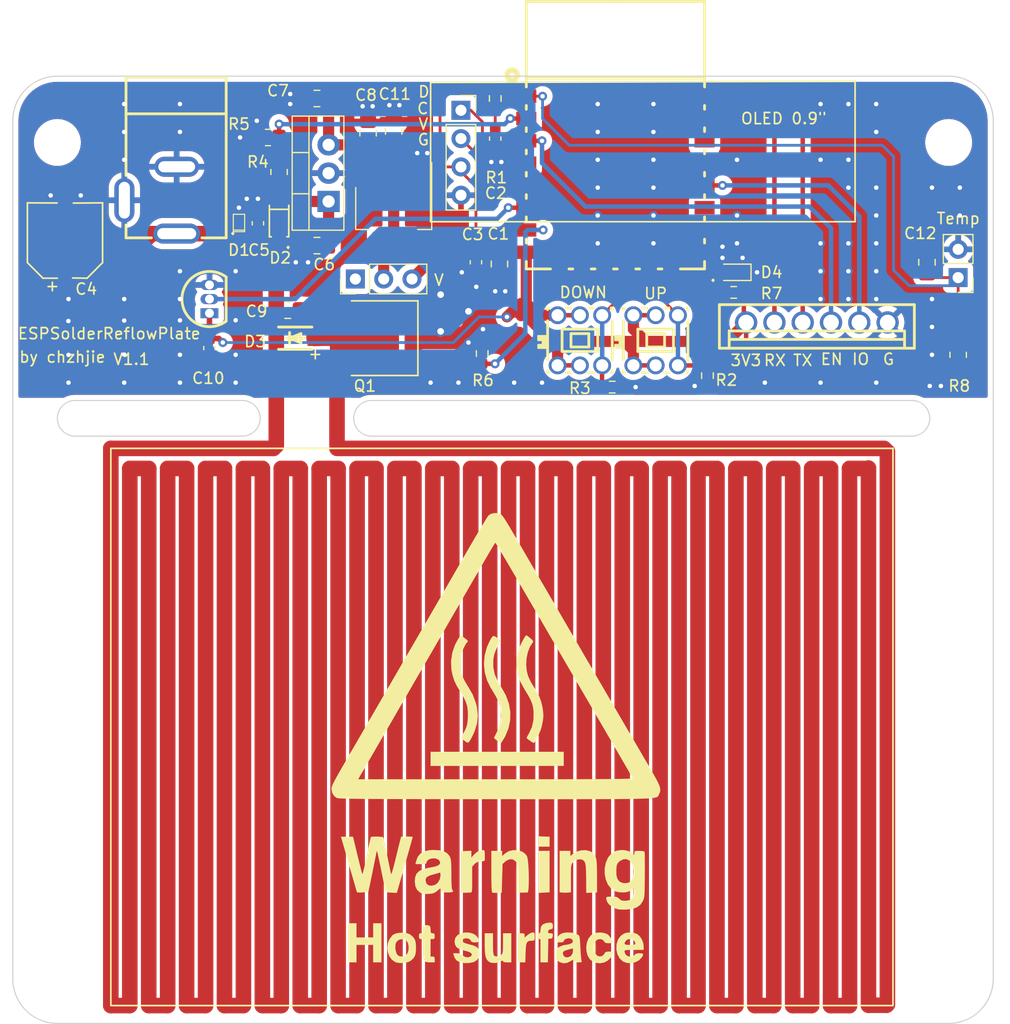
<source format=kicad_pcb>
(kicad_pcb (version 20211014) (generator pcbnew)
  (layers (0 "F.Cu" signal) (31 "B.Cu" signal) (34 "B.Paste" user) (35 "F.Paste" user) (36 "B.SilkS" user "B.Silkscreen") (37 "F.SilkS" user "F.Silkscreen") (38 "B.Mask" user) (39 "F.Mask" user) (44 "Edge.Cuts" user))
  (net 0 "")
  (net 1 "+3V3")
  (net 2 "GND")
  (net 3 "CHIP_PU")
  (net 4 "Element")
  (net 5 "VCC")
  (net 6 "+5V")
  (net 7 "RXD")
  (net 8 "TXD")
  (net 9 "GPIO9")
  (net 10 "Net-(D4-Pad2)")
  (net 11 "SDAOLED")
  (net 12 "SCKOLED")
  (net 13 "TempData2")
  (net 14 "Net-(C11-Pad1)")
  (net 15 "UPSW")
  (net 16 "DNSW")
  (net 20 "Gate")
  (net 21 "TempData")
  (net 23 "VccDiv")
  (footprint "Connector_PinHeader_2.54mm:PinHeader_1x03_P2.54mm_Vertical" (layer "F.Cu") (at 120.75 73.2 90)
    (fp_text reference "J2")
    (fp_text value "Conn_01x03")
  )
  (footprint "Capacitor_SMD:C_0603_1608Metric_Pad1.08x0.95mm_HandSolder" (layer "F.Cu") (at 133.3 60.6 -90)
    (fp_text reference "C2")
    (fp_text value "1uF")
  )
  (footprint "Capacitor_SMD:C_0603_1608Metric_Pad1.08x0.95mm_HandSolder" (layer "F.Cu") (at 107.65 79.4 -90)
    (fp_text reference "C10")
    (fp_text value "100nF")
  )
  (footprint "easyeda2kicad:DC-IN-TH_DC-005-5A-2.5" (layer "F.Cu") (at 102.3625 66.1275 -90)
    (fp_text reference "DC1")
    (fp_text value "DC-005-5A-2.5")
  )
  (footprint "LED_SMD:LED_0603_1608Metric_Pad1.05x0.95mm_HandSolder" (layer "F.Cu") (at 154.6 72.6 180)
    (fp_text reference "D4")
    (fp_text value "LED")
  )
  (footprint "easyeda2kicad:CAP-SMD_BD6.3-L6.6-W6.6-LS7.6-FD" (layer "F.Cu") (at 94.688383 69.746909 90)
    (fp_text reference "C4")
    (fp_text value "100uF")
  )
  (footprint "easyeda2kicad:X1-DFN1006-2_L1.0-W0.6-RD" (layer "F.Cu") (at 110.3 68.1 90)
    (fp_text reference "D1")
    (fp_text value "PESDMC2FD18VB")
  )
  (footprint "Resistor_SMD:R_0805_2012Metric_Pad1.20x1.40mm_HandSolder" (layer "F.Cu") (at 113.9 63.6 90)
    (fp_text reference "R4")
    (fp_text value "5.1K")
  )
  (footprint "easyeda2kicad:LOGO" (layer "F.Cu") (at 133.25 115.4)
    (fp_text reference "G***" hide)
    (fp_text value "LOGO" hide)
  )
  (footprint "easyeda2kicad:TO-92-3_L4.9-W3.7-P1.27-L" (layer "F.Cu") (at 107.65 75 90)
    (fp_text reference "U3")
    (fp_text value "LMT85LP")
  )
  (footprint "Package_TO_SOT_SMD:SOT-223-3_TabPin2" (layer "F.Cu") (at 124.188383 66.846909 -90)
    (fp_text reference "U2")
    (fp_text value "AMS1117-3.3")
  )
  (footprint "Resistor_SMD:R_0603_1608Metric_Pad0.98x0.95mm_HandSolder" (layer "F.Cu") (at 143.8 82.9 180)
    (fp_text reference "R3")
    (fp_text value "10K")
  )
  (footprint "MountingHole:MountingHole_3.2mm_M3" (layer "F.Cu") (at 174 135)
    (fp_text reference "H4")
    (fp_text value "MountingHole")
  )
  (footprint "Package_TO_SOT_THT:TO-220-3_Vertical" (layer "F.Cu") (at 118.345 66.24 90)
    (fp_text reference "U1")
    (fp_text value "LM7805_TO220")
  )
  (footprint "MountingHole:MountingHole_3.2mm_M3" (layer "F.Cu") (at 94 135)
    (fp_text reference "H3")
    (fp_text value "MountingHole")
  )
  (footprint "easyeda2kicad:CONN-TH_EH-6A" (layer "F.Cu") (at 162.17 77.1)
    (fp_text reference "CN1")
    (fp_text value "EH-6A")
  )
  (footprint "easyeda2kicad:WIRELM-SMD_ESP-C3-12F-2M" (layer "F.Cu") (at 144.088383 64.546909)
    (fp_text reference "L1")
    (fp_text value "ESP-C3-12F-2M")
  )
  (footprint "easyeda2kicad:SOD-123_L2.8-W1.8-LS3.7-FD" (layer "F.Cu") (at 115.35 78.51 180)
    (fp_text reference "D3")
    (fp_text value "MM1Z24")
  )
  (footprint "Capacitor_SMD:C_0805_2012Metric_Pad1.18x1.45mm_HandSolder" (layer "F.Cu") (at 133.68 71.85 -90)
    (fp_text reference "C1")
    (fp_text value "10uF")
  )
  (footprint "Resistor_SMD:R_0603_1608Metric_Pad0.98x0.95mm_HandSolder" (layer "F.Cu") (at 154.7 74.4)
    (fp_text reference "R7")
    (fp_text value "5.1K")
  )
  (footprint "Resistor_SMD:R_0603_1608Metric_Pad0.98x0.95mm_HandSolder" (layer "F.Cu") (at 133.3 57 90)
    (fp_text reference "R1")
    (fp_text value "10K")
  )
  (footprint "Capacitor_SMD:C_0603_1608Metric_Pad1.08x0.95mm_HandSolder" (layer "F.Cu") (at 112 68.2 90)
    (fp_text reference "C5")
    (fp_text value "100nF")
  )
  (footprint "easyeda2kicad:SW-TH_6P-L5.8-W5.8-P2.00-LS4.5-BL" (layer "F.Cu") (at 147.7 78.7)
    (fp_text reference "SW1")
    (fp_text value "K8-5851E-N1_C134191")
  )
  (footprint "easyeda2kicad:SW-TH_6P-L5.8-W5.8-P2.00-LS4.5-BL" (layer "F.Cu") (at 140.9 78.7)
    (fp_text reference "SW2")
    (fp_text value "K8-5851E-N1_C134191")
  )
  (footprint "MountingHole:MountingHole_3.2mm_M3" (layer "F.Cu") (at 94 60.946909)
    (fp_text reference "H1")
    (fp_text value "MountingHole")
  )
  (footprint "Capacitor_SMD:C_0805_2012Metric_Pad1.18x1.45mm_HandSolder" (layer "F.Cu") (at 117.3 70.2 180)
    (fp_text reference "C6")
    (fp_text value "0.33uF")
  )
  (footprint "easyeda2kicad:TO-252-2_L6.6-W6.1-P4.57-LS9.9-BR-CW" (layer "F.Cu") (at 124.98 78.51)
    (fp_text reference "Q1")
    (fp_text value "UMW30N06")
  )
  (footprint "Capacitor_SMD:C_0805_2012Metric_Pad1.18x1.45mm_HandSolder" (layer "F.Cu") (at 121.888383 60.1 90)
    (fp_text reference "C8")
    (fp_text value "10uF")
  )
  (footprint "Capacitor_SMD:C_0805_2012Metric_Pad1.18x1.45mm_HandSolder" (layer "F.Cu") (at 114.68 76)
    (fp_text reference "C9")
    (fp_text value "1nF")
  )
  (footprint "Capacitor_SMD:C_0805_2012Metric_Pad1.18x1.45mm_HandSolder" (layer "F.Cu") (at 124.188383 59.946909 90)
    (fp_text reference "C11")
    (fp_text value "22uF")
  )
  (footprint "MountingHole:MountingHole_3.2mm_M3" (layer "F.Cu") (at 174 60.946909)
    (fp_text reference "H2")
    (fp_text value "MountingHole")
  )
  (footprint "Resistor_SMD:R_0603_1608Metric_Pad0.98x0.95mm_HandSolder" (layer "F.Cu") (at 152.35 81.87 90)
    (fp_text reference "R2")
    (fp_text value "10K")
  )
  (footprint "easyeda2kicad:SOD-123_L2.8-W1.8-LS3.7-RD" (layer "F.Cu") (at 113.9 68 -90)
    (fp_text reference "D2")
    (fp_text value "DSR1M_C908221")
  )
  (footprint "Connector_PinHeader_2.54mm:PinHeader_1x02_P2.54mm_Vertical" (layer "F.Cu") (at 174.85 73.075 180)
    (fp_text reference "J3")
    (fp_text value "Conn_01x02")
  )
  (footprint "Capacitor_SMD:C_0603_1608Metric_Pad1.08x0.95mm_HandSolder" (layer "F.Cu") (at 131.57 71.7 -90)
    (fp_text reference "C3")
    (fp_text value "0.1uF")
  )
  (footprint "Resistor_SMD:R_0805_2012Metric_Pad1.20x1.40mm_HandSolder" (layer "F.Cu") (at 174.85 80 -90)
    (fp_text reference "R8")
    (fp_text value "10K")
  )
  (footprint "Resistor_SMD:R_0603_1608Metric_Pad0.98x0.95mm_HandSolder" (layer "F.Cu") (at 132.13 79.89 -90)
    (fp_text reference "R6")
    (fp_text value "10K")
  )
  (footprint "Capacitor_SMD:C_0805_2012Metric_Pad1.18x1.45mm_HandSolder" (layer "F.Cu") (at 172.05 71.7 90)
    (fp_text reference "C12")
    (fp_text value "1nF")
  )
  (footprint "Connector_PinSocket_2.54mm:PinSocket_1x04_P2.54mm_Vertical" (layer "F.Cu") (at 130.225 58.06)
    (fp_text reference "J1")
    (fp_text value "OLED 0.91''")
  )
  (footprint "Resistor_SMD:R_0805_2012Metric_Pad1.20x1.40mm_HandSolder" (layer "F.Cu") (at 112.9 60.5)
    (fp_text reference "R5")
    (fp_text value "1K")
  )
  (footprint "Capacitor_SMD:C_0805_2012Metric_Pad1.18x1.45mm_HandSolder" (layer "F.Cu") (at 117.3 57 180)
    (fp_text reference "C7")
    (fp_text value "0.1uF")
  )
  (gr_rect (start 98.8 88.4) (end 169 138.4) (layer "F.SilkS") (width 0.15) (fill none))
  (gr_line (start 127.5 68.06) (end 127.5 55.56) (layer "F.SilkS") (width 0.15))
  (gr_line (start 165.6 55.46) (end 127.5 55.56) (layer "F.SilkS") (width 0.15))
  (gr_line (start 165.6 55.46) (end 165.6 68.06) (layer "F.SilkS") (width 0.15))
  (gr_poly (pts (xy 137.95 79.4) (xy 137.15 79.4) (xy 137.15 79.1) (xy 137.55 79.1) (xy 137.55 78.7) (xy 137.15 78.7) (xy 137.15 78.3) (xy 137.95 78.3)) (layer "F.SilkS") (width 0.15) (fill solid))
  (gr_line (start 165.6 68.06) (end 127.5 68.06) (layer "F.SilkS") (width 0.15))
  (gr_poly (pts (xy 144.85 79.4) (xy 144.05 79.4) (xy 144.05 79.1) (xy 144.45 79.1) (xy 144.45 78.7) (xy 144.05 78.7) (xy 144.05 78.3) (xy 144.85 78.3)) (layer "F.SilkS") (width 0.15) (fill solid))
  (gr_arc (start 95.6 87.3) (mid 94 85.7) (end 95.6 84.1) (layer "Edge.Cuts") (width 0.1))
  (gr_line (start 90 136) (end 90 59) (layer "Edge.Cuts") (width 0.1))
  (gr_arc (start 178 136) (mid 176.828427 138.828427) (end 174 140) (layer "Edge.Cuts") (width 0.1))
  (gr_line (start 95.6 84.1) (end 110.6 84.1) (layer "Edge.Cuts") (width 0.1))
  (gr_arc (start 174 55) (mid 176.828427 56.171573) (end 178 59) (layer "Edge.Cuts") (width 0.1))
  (gr_arc (start 90 59) (mid 91.171573 56.171573) (end 94 55) (layer "Edge.Cuts") (width 0.1))
  (gr_arc (start 170.7 84.1) (mid 172.3 85.7) (end 170.7 87.3) (layer "Edge.Cuts") (width 0.1))
  (gr_line (start 122.2 84.1) (end 170.7 84.1) (layer "Edge.Cuts") (width 0.1))
  (gr_arc (start 94 140) (mid 91.171573 138.828427) (end 90 136) (layer "Edge.Cuts") (width 0.1))
  (gr_line (start 122.2 87.3) (end 170.7 87.3) (layer "Edge.Cuts") (width 0.1))
  (gr_arc (start 110.6 84.1) (mid 112.2 85.7) (end 110.6 87.3) (layer "Edge.Cuts") (width 0.1))
  (gr_line (start 174 140) (end 94 140) (layer "Edge.Cuts") (width 0.1))
  (gr_line (start 178 59) (end 178 136) (layer "Edge.Cuts") (width 0.1))
  (gr_line (start 94 55) (end 174 55) (layer "Edge.Cuts") (width 0.1))
  (gr_line (start 95.6 87.3) (end 110.6 87.3) (layer "Edge.Cuts") (width 0.1))
  (gr_arc (start 122.2 87.3) (mid 120.6 85.7) (end 122.2 84.1) (layer "Edge.Cuts") (width 0.1))
  (gr_text "V" (at 126.85 59.3) (layer "F.SilkS") (effects (font (size 1 1))))
  (gr_text "OLED 0.9{dblquote}" (at 159.2 58.8) (layer "F.SilkS") (effects (font (size 1 1))))
  (gr_text "D" (at 126.9 56.4) (layer "F.SilkS") (effects (font (size 1 1))))
  (gr_text "3V3" (at 155.8 80.5) (layer "F.SilkS") (effects (font (size 1 1))))
  (gr_text "TX" (at 160.9 80.5) (layer "F.SilkS") (effects (font (size 1 1))))
  (gr_text "V1.1" (at 100.65 80.4) (layer "F.SilkS") (effects (font (size 1 1))))
  (gr_text "+" (at 93.55 73.8) (layer "F.SilkS") (effects (font (size 1 1))))
  (gr_text "DOWN" (at 141.2 74.4) (layer "F.SilkS") (effects (font (size 1 1))))
  (gr_text "EN" (at 163.5 80.4) (layer "F.SilkS") (effects (font (size 1 1))))
  (gr_text "." (at 109.75 68.5) (layer "F.SilkS") (effects (font (size 1.5 1.5))))
  (gr_text "G" (at 168.6 80.4) (layer "F.SilkS") (effects (font (size 1 1))))
  (gr_text "V" (at 128.25 73.3) (layer "F.SilkS") (effects (font (size 1 1))))
  (gr_text "ESPSolderReflowPlate" (at 98.65 78.1) (layer "F.SilkS") (effects (font (size 1 1))))
  (gr_text "C" (at 126.8 57.9) (layer "F.SilkS") (effects (font (size 1 1))))
  (gr_text "." (at 152.85 72.7) (layer "F.SilkS") (effects (font (size 1.5 1.5))))
  (gr_text "G" (at 126.85 60.7) (layer "F.SilkS") (effects (font (size 1 1))))
  (gr_text "UP" (at 147.7 74.5) (layer "F.SilkS") (effects (font (size 1 1))))
  (gr_text "Temp" (at 174.86 67.77) (layer "F.SilkS") (effects (font (size 1 1))))
  (gr_text "IO" (at 166.1 80.4) (layer "F.SilkS") (effects (font (size 1 1))))
  (gr_text "." (at 114.71 69.75) (layer "F.SilkS") (effects (font (size 1.5 1.5))))
  (gr_text "+" (at 117.15 79.9) (layer "F.SilkS") (effects (font (size 1 1))))
  (gr_text "RX" (at 158.4 80.5) (layer "F.SilkS") (effects (font (size 1 1))))
  (gr_text "by chzhjie" (at 94.45 80.2) (layer "F.SilkS") (effects (font (size 1 1))))
  (segment (start 130.225 63.555) (end 130.225 63.14) (width 0.25) (layer "F.Cu") (net 1))
  (segment (start 131.57 64.9) (end 130.225 63.555) (width 0.25) (layer "F.Cu") (net 1))
  (segment (start 108.4875 78.5375) (end 108.85 78.9) (width 0.5) (layer "F.Cu") (net 1))
  (segment (start 133.68 70.8125) (end 136.072792 70.8125) (width 1) (layer "F.Cu") (net 1))
  (segment (start 155.6125 76.8925) (end 155.82 77.1) (width 0.4) (layer "F.Cu") (net 1))
  (segment (start 135.618383 76.168383) (end 135.618383 76.488383) (width 1) (layer "F.Cu") (net 1))
  (segment (start 131.57 70.8375) (end 131.57 64.9) (width 0.25) (layer "F.Cu") (net 1))
  (segment (start 140.9 80.95) (end 138.9 80.95) (width 0.4) (layer "F.Cu") (net 1))
  (segment (start 135.618383 76.168383) (end 134.781617 76.168383) (width 1) (layer "F.Cu") (net 1))
  (segment (start 133.655 70.8375) (end 133.68 70.8125) (width 1) (layer "F.Cu") (net 1))
  (segment (start 125.83 73.2) (end 128.1925 70.8375) (width 1) (layer "F.Cu") (net 1))
  (segment (start 128.35 57) (end 129.2625 56.0875) (width 0.25) (layer "F.Cu") (net 1))
  (segment (start 147.7 76.45) (end 145.7 76.45) (width 0.4) (layer "F.Cu") (net 1))
  (segment (start 155.6125 74.4) (end 155.6125 76.8925) (width 0.4) (layer "F.Cu") (net 1))
  (segment (start 138.4 78.8) (end 139.8 78.8) (width 1) (layer "F.Cu") (net 1))
  (segment (start 136.072792 70.8125) (end 136.088383 70.796909) (width 1) (layer "F.Cu") (net 1))
  (segment (start 138.9 80.95) (end 138.9 79.7) (width 1) (layer "F.Cu") (net 1))
  (segment (start 155.82 79.82) (end 155.82 77.1) (width 0.4) (layer "F.Cu") (net 1))
  (segment (start 140.9 76.45) (end 138.9 76.45) (width 0.4) (layer "F.Cu") (net 1))
  (segment (start 136.088383 76.488383) (end 138.4 78.8) (width 1) (layer "F.Cu") (net 1))
  (segment (start 107.65 78.5375) (end 107.65 76.27) (width 0.5) (layer "F.Cu") (net 1))
  (segment (start 145.7 76.45) (end 145.7 77.7) (width 1) (layer "F.Cu") (net 1))
  (segment (start 129.2625 56.0875) (end 133.3 56.0875) (width 0.25) (layer "F.Cu") (net 1))
  (segment (start 138.9 79.7) (end 139.8 78.8) (width 1) (layer "F.Cu") (net 1))
  (segment (start 157 81) (end 155.82 79.82) (width 0.4) (layer "F.Cu") (net 1))
  (segment (start 131.57 70.8375) (end 133.655 70.8375) (width 1) (layer "F.Cu") (net 1))
  (segment (start 130.225 63.775718) (end 130.225 63.14) (width 0.25) (layer "F.Cu") (net 1))
  (segment (start 135.618383 75.388383) (end 135.618383 76.168383) (width 1) (layer "F.Cu") (net 1))
  (segment (start 154.12 78.8) (end 155.82 77.1) (width 1) (layer "F.Cu") (net 1))
  (segment (start 146.8 78.8) (end 154.12 78.8) (width 1) (layer "F.Cu") (net 1))
  (segment (start 139.8 78.8) (end 144.9 78.8) (width 1) (layer "F.Cu") (net 1))
  (segment (start 107.65 78.5375) (end 108.4875 78.5375) (width 0.5) (layer "F.Cu") (net 1))
  (segment (start 138.9 76.45) (end 137.15 76.45) (width 1) (layer "F.Cu") (net 1))
  (segment (start 157 81) (end 174.85 81) (width 0.4) (layer "F.Cu") (net 1))
  (segment (start 147.7 80.95) (end 145.7 80.95) (width 0.4) (layer "F.Cu") (net 1))
  (segment (start 145.7 80.95) (end 145.7 79.6) (width 1) (layer "F.Cu") (net 1))
  (segment (start 144.9 78.8) (end 146.8 78.8) (width 1) (layer "F.Cu") (net 1))
  (segment (start 137.15 76.45) (end 136.088383 75.388383) (width 1) (layer "F.Cu") (net 1))
  (segment (start 128.89 63.14) (end 128.35 62.6) (width 0.25) (layer "F.Cu") (net 1))
  (segment (start 145.7 77.7) (end 146.8 78.8) (width 1) (layer "F.Cu") (net 1))
  (segment (start 145.7 79.6) (end 144.9 78.8) (width 1) (layer "F.Cu") (net 1))
  (segment (start 128.1925 70.8375) (end 131.57 70.8375) (width 1) (layer "F.Cu") (net 1))
  (segment (start 130.225 63.14) (end 128.89 63.14) (width 0.25) (layer "F.Cu") (net 1))
  (segment (start 136.088383 70.796909) (end 136.088383 75.388383) (width 1) (layer "F.Cu") (net 1))
  (segment (start 128.35 62.6) (end 128.35 57) (width 0.25) (layer "F.Cu") (net 1))
  (segment (start 134.781617 76.168383) (end 134.35 76.6) (width 1) (layer "F.Cu") (net 1))
  (via (at 108.85 78.9) (size 0.8) (drill 0.4) (layers "F.Cu" "B.Cu") (net 1))
  (via (at 134.35 76.6) (size 0.8) (drill 0.4) (layers "F.Cu" "B.Cu") (net 1))
  (segment (start 129.55 78.9) (end 108.85 78.9) (width 0.25) (layer "B.Cu") (net 1))
  (segment (start 134.35 76.6) (end 131.85 76.6) (width 0.25) (layer "B.Cu") (net 1))
  (segment (start 131.85 76.6) (end 129.55 78.9) (width 0.25) (layer "B.Cu") (net 1))
  (segment (start 132.95 62.7) (end 132.95 61.8125) (width 0.4) (layer "F.Cu") (net 2))
  (segment (start 130.9 76.1) (end 128.52 76.1) (width 1) (layer "F.Cu") (net 2))
  (segment (start 131.6 73.9) (end 131.6 72.5925) (width 0.4) (layer "F.Cu") (net 2))
  (segment (start 130.9 76.1) (end 129.9 76.1) (width 1) (layer "F.Cu") (net 2))
  (segment (start 116.5 70.4375) (end 116.2625 70.2) (width 0.4) (layer "F.Cu") (net 2))
  (segment (start 111 66) (end 111 66.3375) (width 0.4) (layer "F.Cu") (net 2))
  (segment (start 126.3 63.508526) (end 126.488383 63.696909) (width 0.4) (layer "F.Cu") (net 2))
  (segment (start 152.591474 71.3) (end 152.088383 70.796909) (width 0.4) (layer "F.Cu") (net 2))
  (segment (start 133.85 62.7) (end 133.85 62.0125) (width 0.4) (layer "F.Cu") (net 2))
  (segment (start 124.7 58.397792) (end 124.188383 58.909409) (width 0.4) (layer "F.Cu") (net 2))
  (segment (start 155.5 71.3) (end 155.5 72.575) (width 0.4) (layer "F.Cu") (net 2))
  (segment (start 115.8625 56.6) (end 116.2625 57) (width 0.4) (layer "F.Cu") (net 2))
  (segment (start 121.4 58.574117) (end 121.888383 59.0625) (width 0.4) (layer "F.Cu") (net 2))
  (segment (start 115.4 71.7) (end 115.4 71.0625) (width 0.4) (layer "F.Cu") (net 2))
  (segment (start 111.9 59) (end 111.9 60.5) (width 0.4) (layer "F.Cu") (net 2))
  (segment (start 134.2 74.3) (end 134.2 73.4075) (width 0.4) (layer "F.Cu") (net 2))
  (segment (start 129.9 76.1) (end 128.4 74.6) (width 1) (layer "F.Cu") (net 2))
  (segment (start 128.4 74.6) (end 128.4 76.22) (width 1) (layer "F.Cu") (net 2))
  (segment (start 130.3 72.6) (end 131.5325 72.6) (width 0.4) (layer "F.Cu") (net 2))
  (segment (start 93.4 65.788526) (end 94.688383 67.076909) (width 0.4) (layer "F.Cu") (net 2))
  (segment (start 116.5 71.7) (end 116.5 70.4375) (width 0.4) (layer "F.Cu") (net 2))
  (segment (start 114.9 56.6) (end 115.8625 56.6) (width 0.4) (layer "F.Cu") (net 2))
  (segment (start 121.4 57.7) (end 121.4 58.574117) (width 0.4) (layer "F.Cu") (net 2))
  (segment (start 134.2 73.4075) (end 133.68 72.8875) (width 0.4) (layer "F.Cu") (net 2))
  (segment (start 112 66) (end 112 67.3375) (width 0.4) (layer "F.Cu") (net 2))
  (segment (start 132.95 61.8125) (end 133.3 61.4625) (width 0.4) (layer "F.Cu") (net 2))
  (segment (start 151.2 82.8) (end 152.3325 82.8) (width 0.4) (layer "F.Cu") (net 2))
  (segment (start 130.2 76.1) (end 128.4 77.9) (width 1) (layer "F.Cu") (net 2))
  (segment (start 127.2 61.9) (end 127.2 62.985292) (width 0.4) (layer "F.Cu") (net 2))
  (segment (start 111 66.3375) (end 112 67.3375) (width 0.4) (layer "F.Cu") (net 2))
  (segment (start 96.1 65.7) (end 96.065292 65.7) (width 0.4) (layer "F.Cu") (net 2))
  (segment (start 128.52 76.1) (end 128.4 76.22) (width 1) (layer "F.Cu") (net 2))
  (segment (start 153.7 70.3) (end 152.585292 70.3) (width 0.4) (layer "F.Cu") (net 2))
  (segment (start 115.4 71.0625) (end 116.2625 70.2) (width 0.4) (layer "F.Cu") (net 2))
  (segment (start 93.4 65.7) (end 93.4 65.788526) (width 0.4) (layer "F.Cu") (net 2))
  (segment (start 133.3 73.2675) (end 133.68 72.8875) (width 0.4) (layer "F.Cu") (net 2))
  (segment (start 128.4 77.9) (end 128.4 77.6) (width 1) (layer "F.Cu") (net 2))
  (segment (start 145.9 82.9) (end 144.7125 82.9) (width 0.4) (layer "F.Cu") (net 2))
  (segment (start 114.9 57.5) (end 115.7625 57.5) (width 0.4) (layer "F.Cu") (net 2))
  (segment (start 122.3 57.7) (end 122.3 58.650883) (width 0.4) (layer "F.Cu") (net 2))
  (segment (start 152.3325 82.8) (end 152.35 82.7825) (width 0.4) (layer "F.Cu") (net 2))
  (segment (start 128.4 77.9) (end 128.4 76.22) (width 1) (layer "F.Cu") (net 2))
  (segment (start 155.5 72.575) (end 155.475 72.6) (width 0.4) (layer "F.Cu") (net 2))
  (segment (start 127.2 62.985292) (end 126.488383 63.696909) (width 0.4) (layer "F.Cu") (net 2))
  (segment (start 133.85 62.0125) (end 133.3 61.4625) (width 0.4) (layer "F.Cu") (net 2))
  (segment (start 131.5325 72.6) (end 131.57 72.5625) (width 0.4) (layer "F.Cu") (net 2))
  (segment (start 110.3 66.8) (end 110.3 67.75) (width 0.4) (layer "F.Cu") (net 2))
  (segment (start 96.065292 65.7) (end 94.688383 67.076909) (width 0.4) (layer "F.Cu") (net 2))
  (segment (start 123.8 58.521026) (end 124.188383 58.909409) (width 0.4) (layer "F.Cu") (net 2))
  (segment (start 128.4 77.6) (end 129.9 76.1) (width 1) (layer "F.Cu") (net 2))
  (segment (start 122.3 58.650883) (end 121.888383 59.0625) (width 0.4) (layer "F.Cu") (net 2))
  (segment (start 131.6 72.5925) (end 131.57 72.5625) (width 0.4) (layer "F.Cu") (net 2))
  (segment (start 133.3 74.3) (end 133.3 73.2675) (width 0.4) (layer "F.Cu") (net 2))
  (segment (start 152.585292 70.3) (end 152.088383 70.796909) (width 0.4) (layer "F.Cu") (net 2))
  (segment (start 153.7 71.3) (end 152.591474 71.3) (width 0.4) (layer "F.Cu") (net 2))
  (segment (start 124.7 57.6) (end 124.7 58.397792) (width 0.4) (layer "F.Cu") (net 2))
  (segment (start 126.3 61.9) (end 126.3 63.508526) (width 0.4) (layer "F.Cu") (net 2))
  (segment (start 110.4 60.5) (end 111.9 60.5) (width 0.4) (layer "F.Cu") (net 2))
  (segment (start 123.8 57.6) (end 123.8 58.521026) (width 0.4) (layer "F.Cu") (net 2))
  (segment (start 130.9 76.1) (end 130.2 76.1) (width 1) (layer "F.Cu") (net 2))
  (segment (start 156.8 72.6) (end 155.475 72.6) (width 0.4) (layer "F.Cu") (net 2))
  (segment (start 115.7625 57.5) (end 116.2625 57) (width 0.4) (layer "F.Cu") (net 2))
  (via (at 172.5 80) (size 0.8) (drill 0.4) (layers "F.Cu" "B.Cu") (net 2))
  (via (at 130.9 78.9) (size 0.8) (drill 0.4) (layers "F.Cu" "B.Cu") (net 2))
  (via (at 162.5 82.5) (size 0.8) (drill 0.4) (layers "F.Cu" "B.Cu") (net 2))
  (via (at 162.5 57.5) (size 0.8) (drill 0.4) (layers "F.Cu" "B.Cu") (net 2))
  (via (at 105 72.5) (size 0.8) (drill 0.4) (layers "F.Cu" "B.Cu") (net 2))
  (via (at 95 82.5) (size 0.8) (drill 0.4) (layers "F.Cu" "B.Cu") (net 2))
  (via (at 135 82.5) (size 0.8) (drill 0.4) (layers "F.Cu" "B.Cu") (net 2))
  (via (at 128.4 77.9) (size 1) (drill 0.6) (layers "F.Cu" "B.Cu") (net 2))
  (via (at 147.5 60) (size 0.8) (drill 0.4) (layers "F.Cu" "B.Cu") (net 2))
  (via (at 167.5 57.5) (size 0.8) (drill 0.4) (layers "F.Cu" "B.Cu") (net 2))
  (via (at 115.4 71.7) (size 0.8) (drill 0.4) (layers "F.Cu" "B.Cu") (net 2))
  (via (at 130 82.5) (size 0.8) (drill 0.4) (layers "F.Cu" "B.Cu") (net 2))
  (via (at 105 75) (size 0.8) (drill 0.4) (layers "F.Cu" "B.Cu") (net 2))
  (via (at 165 57.5) (size 0.8) (drill 0.4) (layers "F.Cu" "B.Cu") (net 2))
  (via (at 142.5 62.5) (size 0.8) (drill 0.4) (layers "F.Cu" "B.Cu") (net 2))
  (via (at 127.2 61.9) (size 0.8) (drill 0.4) (layers "F.Cu" "B.Cu") (net 2))
  (via (at 155 62.5) (size 0.8) (drill 0.4) (layers "F.Cu" "B.Cu") (net 2))
  (via (at 162.5 72.5) (size 0.8) (drill 0.4) (layers "F.Cu" "B.Cu") (net 2))
  (via (at 162.5 70) (size 0.8) (drill 0.4) (layers "F.Cu" "B.Cu") (net 2))
  (via (at 95 80.01) (size 0.8) (drill 0.4) (layers "F.Cu" "B.Cu") (net 2))
  (via (at 172.3 82.8) (size 0.8) (drill 0.4) (layers "F.Cu" "B.Cu") (net 2))
  (via (at 172.5 65) (size 0.8) (drill 0.4) (layers "F.Cu" "B.Cu") (net 2))
  (via (at 112 66) (size 0.8) (drill 0.4) (layers "F.Cu" "B.Cu") (net 2))
  (via (at 167.5 75) (size 0.8) (drill 0.4) (layers "F.Cu" "B.Cu") (net 2))
  (via (at 114.9 57.5) (size 0.8) (drill 0.4) (layers "F.Cu" "B.Cu") (net 2))
  (via (at 105 82.5) (size 0.8) (drill 0.4) (layers "F.Cu" "B.Cu") (net 2))
  (via (at 172.5 77.5) (size 0.8) (drill 0.4) (layers "F.Cu" "B.Cu") (net 2))
  (via (at 172.5 75) (size 0.8) (drill 0.4) (layers "F.Cu" "B.Cu") (net 2))
  (via (at 165 70) (size 0.8) (drill 0.4) (layers "F.Cu" "B.Cu") (net 2))
  (via (at 114.9 56.6) (size 0.8) (drill 0.4) (layers "F.Cu" "B.Cu") (net 2))
  (via (at 100 62.5) (size 0.8) (drill 0.4) (layers "F.Cu" "B.Cu") (net 2))
  (via (at 105 76.91) (size 0.8) (drill 0.4) (layers "F.Cu" "B.Cu") (net 2))
  (via (at 175 65) (size 0.8) (drill 0.4) (layers "F.Cu" "B.Cu") (net 2))
  (via (at 132.95 62.7) (size 0.8) (drill 0.4) (layers "F.Cu" "B.Cu") (net 2))
  (via (at 100 79.98) (size 0.8) (drill 0.4) (layers "F.Cu" "B.Cu") (net 2))
  (via (at 100 57.5) (size 0.8) (drill 0.4) (layers "F.Cu" "B.Cu") (net 2))
  (via (at 110.3 66.8) (size 0.8) (drill 0.4) (layers "F.Cu" "B.Cu") (net 2))
  (via (at 100 75) (size 0.8) (drill 0.4) (layers "F.Cu" "B.Cu") (net 2))
  (via (at 155.5 71.3) (size 0.8) (drill 0.4) (layers "F.Cu" "B.Cu") (net 2))
  (via (at 122.3 57.7) (size 0.8) (drill 0.4) (layers "F.Cu" "B.Cu") (net 2))
  (via (at 165 65) (size 0.8) (drill 0.4) (layers "F.Cu" "B.Cu") (net 2))
  (via (at 142.5 67.5) (size 0.8) (drill 0.4) (layers "F.Cu" "B.Cu") (net 2))
  (via (at 165 62.5) (size 0.8) (drill 0.4) (layers "F.Cu" "B.Cu") (net 2))
  (via (at 110 82.5) (size 0.8) (drill 0.4) (layers "F.Cu" "B.Cu") (net 2))
  (via (at 142.5 57.5) (size 0.8) (drill 0.4) (layers "F.Cu" "B.Cu") (net 2))
  (via (at 130.3 72.6) (size 0.8) (drill 0.4) (layers "F.Cu" "B.Cu") (net 2))
  (via (at 153.7 71.3) (size 0.8) (drill 0.4) (layers "F.Cu" "B.Cu") (net 2))
  (via (at 156.8 72.6) (size 0.8) (drill 0.4) (layers "F.Cu" "B.Cu") (net 2))
  (via (at 100 82.5) (size 0.8) (drill 0.4) (layers "F.Cu" "B.Cu") (net 2))
  (via (at 105 57.5) (size 0.8) (drill 0.4) (layers "F.Cu" "B.Cu") (net 2))
  (via (at 147.5 62.5) (size 0.8) (drill 0.4) (layers "F.Cu" "B.Cu") (net 2))
  (via (at 147.5 70) (size 0.8) (drill 0.4) (layers "F.Cu" "B.Cu") (net 2))
  (via (at 130.9 76.1) (size 1) (drill 0.6) (layers "F.Cu" "B.Cu") (net 2))
  (via (at 167.5 67.5) (size 0.8) (drill 0.4) (layers "F.Cu" "B.Cu") (net 2))
  (via (at 123.8 57.6) (size 0.8) (drill 0.4) (layers "F.Cu" "B.Cu") (net 2))
  (via (at 116.5 71.7) (size 0.8) (drill 0.4) (layers "F.Cu" "B.Cu") (net 2))
  (via (at 142.5 65) (size 0.8) (drill 0.4) (layers "F.Cu" "B.Cu") (net 2))
  (via (at 162.5 75) (size 0.8) (drill 0.4) (layers "F.Cu" "B.Cu") (net 2))
  (via (at 100 60) (size 0.8) (drill 0.4) (layers "F.Cu" "B.Cu") (net 2))
  (via (at 128.4 74.6) (size 1) (drill 0.6) (layers "F.Cu" "B.Cu") (net 2))
  (via (at 105 60) (size 0.8) (drill 0.4) (layers "F.Cu" "B.Cu") (net 2))
  (via (at 155 67.5) (size 0.8) (drill 0.4) (layers "F.Cu" "B.Cu") (net 2))
  (via (at 147.5 67.5) (size 0.8) (drill 0.4) (layers "F.Cu" "B.Cu") (net 2))
  (via (at 142.5 60) (size 0.8) (drill 0.4) (layers "F.Cu" "B.Cu") (net 2))
  (via (at 155 70) (size 0.8) (drill 0.4) (layers "F.Cu" "B.Cu") (net 2))
  (via (at 132.2 77.7) (size 0.8) (drill 0.4) (layers "F.Cu" "B.Cu") (net 2))
  (via (at 167.5 70) (size 0.8) (drill 0.4) (layers "F.Cu" "B.Cu") (net 2))
  (via (at 142.5 70) (size 0.8) (drill 0.4) (layers "F.Cu" "B.Cu") (net 2))
  (via (at 157.5 82.5) (size 0.8) (drill 0.4) (layers "F.Cu" "B.Cu") (net 2))
  (via (at 147.5 65) (size 0.8) (drill 0.4) (layers "F.Cu" "B.Cu") (net 2))
  (via (at 147.5 57.5) (size 0.8) (drill 0.4) (layers "F.Cu" "B.Cu") (net 2))
  (via (at 167.5 65) (size 0.8) (drill 0.4) (layers "F.Cu" "B.Cu") (net 2))
  (via (at 110.4 60.5) (size 0.8) (drill 0.4) (layers "F.Cu" "B.Cu") (net 2))
  (via (at 111.9 59) (size 0.8) (drill 0.4) (layers "F.Cu" "B.Cu") (net 2))
  (via (at 100 76.93) (size 0.8) (drill 0.4) (layers "F.Cu" "B.Cu") (net 2))
  (via (at 151.2 82.8) (size 0.8) (drill 0.4) (layers "F.Cu" "B.Cu") (net 2))
  (via (at 121.4 57.7) (size 0.8) (drill 0.4) (layers "F.Cu" "B.Cu") (net 2))
  (via (at 133.85 62.7) (size 0.8) (drill 0.4) (layers "F.Cu" "B.Cu") (net 2))
  (via (at 93.4 65.7) (size 0.8) (drill 0.4) (layers "F.Cu" "B.Cu") (net 2))
  (via (at 167.5 82.5) (size 0.8) (drill 0.4) (layers "F.Cu" "B.Cu") (net 2))
  (via (at 165 75) (size 0.8) (drill 0.4) (layers "F.Cu" "B.Cu") (net 2))
  (via (at 173.3 82.8) (size 0.8) (drill 0.4) (layers "F.Cu" "B.Cu") (net 2))
  (via (at 162.5 62.5) (size 0.8) (drill 0.4) (layers "F.Cu" "B.Cu") (net 2))
  (via (at 95 75) (size 0.8) (drill 0.4) (layers "F.Cu" "B.Cu") (net 2))
  (via (at 165 72.5) (size 0.8) (drill 0.4) (layers "F.Cu" "B.Cu") (net 2))
  (via (at 124.7 57.6) (size 0.8) (drill 0.4) (layers "F.Cu" "B.Cu") (net 2))
  (via (at 167.5 72.5) (size 0.8) (drill 0.4) (layers "F.Cu" "B.Cu") (net 2))
  (via (at 175 67.5) (size 0.8) (drill 0.4) (layers "F.Cu" "B.Cu") (net 2))
  (via (at 111 66) (size 0.8) (drill 0.4) (layers "F.Cu" "B.Cu") (net 2))
  (via (at 153.7 70.3) (size 0.8) (drill 0.4) (layers "F.Cu" "B.Cu") (net 2))
  (via (at 167.5 60) (size 0.8) (drill 0.4) (layers "F.Cu" "B.Cu") (net 2))
  (via (at 110 80) (size 0.8) (drill 0.4) (layers "F.Cu" "B.Cu") (net 2))
  (via (at 105 80) (size 0.8) (drill 0.4) (layers "F.Cu" "B.Cu") (net 2))
  (via (at 131.6 73.9) (size 0.8) (drill 0.4) (layers "F.Cu" "B.Cu") (net 2))
  (via (at 110 72.5) (size 0.8) (drill 0.4) (layers "F.Cu" "B.Cu") (net 2))
  (via (at 110 76.9) (size 0.8) (drill 0.4) (layers "F.Cu" "B.Cu") (net 2))
  (via (at 145.9 82.9) (size 0.8) (drill 0.4) (layers "F.Cu" "B.Cu") (net 2))
  (via (at 127.5 82.5) (size 0.8) (drill 0.4) (layers "F.Cu" "B.Cu") (net 2))
  (via (at 126.3 61.9) (size 0.8) (drill 0.4) (layers "F.Cu" "B.Cu") (net 2))
  (via (at 94.99 76.97) (size 0.8) (drill 0.4) (layers "F.Cu" "B.Cu") (net 2))
  (via (at 96.1 65.7) (size 0.8) (drill 0.4) (layers "F.Cu" "B.Cu") (net 2))
  (via (at 133.3 74.3) (size 0.8) (drill 0.4) (layers "F.Cu" "B.Cu") (net 2))
  (via (at 134.2 74.3) (size 0.8) (drill 0.4) (layers "F.Cu" "B.Cu") (net 2))
  (via (at 137.5 82.5) (size 0.8) (drill 0.4) (layers "F.Cu" "B.Cu") (net 2))
  (segment (start 134.359409 60.796909) (end 134.503091 60.796909) (width 0.25) (layer "F.Cu") (net 3))
  (segment (start 134.503091 60.796909) (end 136.088383 60.796909) (width 0.25) (layer "F.Cu") (net 3))
  (segment (start 133.3 59.7375) (end 134.359409 60.796909) (width 0.25) (layer "F.Cu") (net 3))
  (segment (start 137.5 60.8) (end 136.091474 60.8) (width 0.4) (layer "F.Cu") (net 3))
  (segment (start 133.3 59.7375) (end 133.3 57.9125) (width 0.25) (layer "F.Cu") (net 3))
  (segment (start 136.091474 60.8) (end 136.088383 60.796909) (width 0.4) (layer "F.Cu") (net 3))
  (via (at 137.5 60.8) (size 0.8) (drill 0.4) (layers "F.Cu" "B.Cu") (net 3))
  (segment (start 141.4 66.7) (end 137.5 62.8) (width 0.4) (layer "B.Cu") (net 3))
  (segment (start 163.44 77.1) (end 163.44 68.64) (width 0.4) (layer "B.Cu") (net 3))
  (segment (start 137.5 62.8) (end 137.5 60.8) (width 0.4) (layer "B.Cu") (net 3))
  (segment (start 163.44 68.64) (end 161.5 66.7) (width 0.4) (layer "B.Cu") (net 3))
  (segment (start 161.5 66.7) (end 141.4 66.7) (width 0.4) (layer "B.Cu") (net 3))
  (segment (start 119.1 80.97) (end 121.56 78.51) (width 1.4) (layer "F.Cu") (net 4))
  (segment (start 102.4725 69.1275) (end 99.183091 72.416909) (width 1.4) (layer "F.Cu") (net 4))
  (segment (start 98.8 88.4) (end 98.8 138.4) (width 1.4) (layer "F.Cu") (net 4))
  (segment (start 113.65 88.15) (end 113.4 88.4) (width 1.4) (layer "F.Cu") (net 4))
  (segment (start 117.5 90.2) (end 119.2 90.2) (width 1.4) (layer "F.Cu") (net 4))
  (segment (start 160 138.4) (end 161.7 138.4) (width 1.4) (layer "F.Cu") (net 4))
  (segment (start 100.5 138.4) (end 100.5 90.2) (width 1.4) (layer "F.Cu") (net 4))
  (segment (start 102.2 90.2) (end 102.2 138.4) (width 1.4) (layer "F.Cu") (net 4))
  (segment (start 166.769775 90.2) (end 166.8 90.169775) (width 1.4) (layer "F.Cu") (net 4))
  (segment (start 131.1 90.2) (end 132.8 90.2) (width 1.4) (layer "F.Cu") (net 4))
  (segment (start 137.9 138.4) (end 137.9 90.2) (width 1.4) (layer "F.Cu") (net 4))
  (segment (start 107.3 90.2) (end 109 90.2) (width 1.4) (layer "F.Cu") (net 4))
  (segment (start 149.8 90.2) (end 149.8 138.4) (width 1.4) (layer "F.Cu") (net 4))
  (segment (start 141.3 90.2) (end 143 90.2) (width 1.4) (layer "F.Cu") (net 4))
  (segment (start 120.9 90.2) (end 122.6 90.2) (width 1.4) (layer "F.Cu") (net 4))
  (segment (start 166.8 138.369775) (end 168.422179 138.369775) (width 1.4) (layer "F.Cu") (net 4))
  (segment (start 151.5 138.4) (end 151.5 90.2) (width 1.4) (layer "F.Cu") (net 4))
  (segment (start 119.2 90.2) (end 119.2 138.4) (width 1.4) (layer "F.Cu") (net 4))
  (segment (start 134.5 90.2) (end 136.2 90.2) (width 1.4) (layer "F.Cu") (net 4))
  (segment (start 114.1 138.4) (end 114.1 90.2) (width 1.4) (layer "F.Cu") (net 4))
  (segment (start 143 90.2) (end 143 138.4) (width 1.4) (layer "F.Cu") (net 4))
  (segment (start 102.2 138.4) (end 103.9 138.4) (width 1.4) (layer "F.Cu") (net 4))
  (segment (start 165.1 90.2) (end 166.769775 90.2) (width 1.4) (layer "F.Cu") (net 4))
  (segment (start 117.05 78.51) (end 121.56 78.51) (width 1.4) (layer "F.Cu") (net 4))
  (segment (start 110.7 90.2) (end 112.4 90.2) (width 1.4) (layer "F.Cu") (net 4))
  (segment (start 109 90.2) (end 109 138.4) (width 1.4) (layer "F.Cu") (net 4))
  (segment (start 153.2 90.2) (end 153.2 138.4) (width 1.4) (layer "F.Cu") (net 4))
  (segment (start 143 138.4) (end 144.7 138.4) (width 1.4) (layer "F.Cu") (net 4))
  (segment (start 134.5 138.4) (end 134.5 90.2) (width 1.4) (layer "F.Cu") (net 4))
  (segment (start 103.9 90.2) (end 105.6 90.2) (width 1.4) (layer "F.Cu") (net 4))
  (segment (start 103.9 138.4) (end 103.9 90.2) (width 1.4) (layer "F.Cu") (net 4))
  (segment (start 112.4 138.4) (end 114.1 138.4) (width 1.4) (layer "F.Cu") (net 4))
  (segment (start 117.05 76.41) (end 117.05 78.51) (width 1.4) (layer "F.Cu") (net 4))
  (segment (start 161.7 138.4) (end 161.7 90.2) (width 1.4) (layer "F.Cu") (net 4))
  (segment (start 154.9 90.2) (end 156.6 90.2) (width 1.4) (layer "F.Cu") (net 4))
  (segment (start 117.5 138.4) (end 117.5 90.2) (width 1.4) (layer "F.Cu") (net 4))
  (segment (start 156.6 90.2) (end 156.6 138.4) (width 1.4) (layer "F.Cu") (net 4))
  (segment (start 124.3 138.4) (end 124.3 90.2) (width 1.4) (layer "F.Cu") (net 4))
  (segment (start 104.7125 69.1275) (end 111.935 69.1275) (width 1.4) (layer "F.Cu") (net 4))
  (segment (start 99.183091 72.416909) (end 94.688383 72.416909) (width 1.4) (layer "F.Cu") (net 4))
  (segment (start 166.8 90.169775) (end 166.8 138.369775) (width 1.4) (layer "F.Cu") (net 4))
  (segment (start 100.5 90.2) (end 102.2 90.2) (width 1.4) (layer "F.Cu") (net 4))
  (segment (start 107.3 138.4) (end 107.3 90.2) (width 1.4) (layer "F.Cu") (net 4))
  (segment (start 126 90.2) (end 126 138.4) (width 1.4) (layer "F.Cu") (net 4))
  (segment (start 137.9 90.2) (end 139.6 90.2) (width 1.4) (layer "F.Cu") (net 4))
  (segment (start 141.3 138.4) (end 141.3 90.2) (width 1.4) (layer "F.Cu") (net 4))
  (segment (start 151.5 90.2) (end 153.2 90.2) (width 1.4) (layer "F.Cu") (net 4))
  (segment (start 127.7 138.4) (end 127.7 90.2) (width 1.4) (layer "F.Cu") (net 4))
  (segment (start 126 138.4) (end 127.7 138.4) (width 1.4) (layer "F.Cu") (net 4))
  (segment (start 168.2 88.4) (end 119.1 88.4) (width 1.4) (layer "F.Cu") (net 4))
  (segment (start 110.7 138.4) (end 110.7 90.2) (width 1.4) (layer "F.Cu") (net 4))
  (segment (start 109 138.4) (end 110.7 138.4) (width 1.4) (layer "F.Cu") (net 4))
  (segment (start 113.6425 70.835) (end 112.4975 69.69) (width 1.4) (layer "F.Cu") (net 4))
  (segment (start 156.6 138.4) (end 158.3 138.4) (width 1.4) (layer "F.Cu") (net 4))
  (segment (start 119.2 138.4) (end 120.9 138.4) (width 1.4) (layer "F.Cu") (net 4))
  (segment (start 168.5 88.7) (end 168.3 88.5) (width 1.4) (layer "F.Cu") (net 4))
  (segment (start 115.8 138.4) (end 117.5 138.4) (width 1.4) (layer "F.Cu") (net 4))
  (segment (start 153.2 138.4) (end 154.9 138.4) (width 1.4) (layer "F.Cu") (net 4))
  (segment (start 160 90.2) (end 160 138.4) (width 1.4) (layer "F.Cu") (net 4))
  (segment (start 113.6425 76) (end 113.6425 70.835) (width 1.4) (layer "F.Cu") (net 4))
  (segment (start 113.4 88.4) (end 98.8 88.4) (width 1.4) (layer "F.Cu") (net 4))
  (segment (start 105.6 90.2) (end 105.6 138.4) (width 1.4) (layer "F.Cu") (net 4))
  (segment (start 112.4975 69.69) (end 111.935 69.1275) (width 1.4) (layer "F.Cu") (net 4))
  (segment (start 129.4 90.2) (end 129.4 138.4) (width 1.4) (layer "F.Cu") (net 4))
  (segment (start 112.4 90.2) (end 112.4 138.4) (width 1.4) (layer "F.Cu") (net 4))
  (segment (start 116.64 76) (end 117.05 76.41) (width 1.4) (layer "F.Cu") (net 4))
  (segment (start 127.7 90.2) (end 129.4 90.2) (width 1.4) (layer "F.Cu") (net 4))
  (segment (start 146.4 90.2) (end 146.4 138.4) (width 1.4) (layer "F.Cu") (net 4))
  (segment (start 105.6 138.4) (end 107.3 138.4) (width 1.4) (layer "F.Cu") (net 4))
  (segment (start 131.1 138.4) (end 131.1 90.2) (width 1.4) (layer "F.Cu") (net 4))
  (segment (start 163.4 90.2) (end 163.4 138.4) (width 1.4) (layer "F.Cu") (net 4))
  (segment (start 165.1 138.4) (end 165.1 90.2) (width 1.4) (layer "F.Cu") (net 4))
  (segment (start 132.8 90.2) (end 132.8 138.4) (width 1.4) (layer "F.Cu") (net 4))
  (segment (start 122.6 138.4) (end 124.3 138.4) (width 1.4) (layer "F.Cu") (net 4))
  (segment (start 113.9 69.69) (end 112.4975 69.69) (width 1.4) (layer "F.Cu") (net 4))
  (segment (start 168.5 138.291954) (end 168.5 88.7) (width 1.4) (layer "F.Cu") (net 4))
  (segment (start 129.4 138.4) (end 131.1 138.4) (width 1.4) (layer "F.Cu") (net 4))
  (segment (start 139.6 90.2) (end 139.6 138.4) (width 1.4) (layer "F.Cu") (net 4))
  (segment (start 158.3 138.4) (end 158.3 90.2) (width 1.4) (layer "F.Cu") (net 4))
  (segment (start 144.7 90.2) (end 146.4 90.2) (width 1.4) (layer "F.Cu") (net 4))
  (segment (start 104.7125 69.1275) (end 102.4725 69.1275) (width 1.4) (layer "F.Cu") (net 4))
  (segment (start 148.1 90.2) (end 149.8 90.2) (width 1.4) (layer "F.Cu") (net 4))
  (segment (start 136.2 90.2) (end 136.2 138.4) (width 1.4) (layer "F.Cu") (net 4))
  (segment (start 115.7175 76) (end 116.64 76) (width 1.4) (layer "F.Cu") (net 4))
  (segment (start 148.1 138.4) (end 148.1 90.2) (width 1.4) (layer "F.Cu") (net 4))
  (segment (start 146.4 138.4) (end 148.1 138.4) (width 1.4) (layer "F.Cu") (net 4))
  (segment (start 163.4 138.4) (end 165.1 138.4) (width 1.4) (layer "F.Cu") (net 4))
  (segment (start 144.7 138.4) (end 144.7 90.2) (width 1.4) (layer "F.Cu") (net 4))
  (segment (start 149.8 138.4) (end 151.5 138.4) (width 1.4) (layer "F.Cu") (net 4))
  (segment (start 115.8 90.2) (end 115.8 138.4) (width 1.4) (layer "F.Cu") (net 4))
  (segment (start 113.65 78.51) (end 113.65 76.0075) (width 1.4) (layer "F.Cu") (net 4))
  (segment (start 119.1 88.1) (end 119.1 80.97) (width 1.4) (layer "F.Cu") (net 4))
  (segment (start 98.8 138.4) (end 100.5 138.4) (width 1.4) (layer "F.Cu") (net 4))
  (segment (start 154.9 138.4) (end 154.9 90.2) (width 1.4) (layer "F.Cu") (net 4))
  (segment (start 136.2 138.4) (end 137.9 138.4) (width 1.4) (layer "F.Cu") (net 4))
  (segment (start 120.9 138.4) (end 120.9 90.2) (width 1.4) (layer "F.Cu") (net 4))
  (segment (start 124.3 90.2) (end 126 90.2) (width 1.4) (layer "F.Cu") (net 4))
  (segment (start 122.6 90.2) (end 122.6 138.4) (width 1.4) (layer "F.Cu") (net 4))
  (segment (start 161.7 90.2) (end 163.4 90.2) (width 1.4) (layer "F.Cu") (net 4))
  (segment (start 139.6 138.4) (end 141.3 138.4) (width 1.4) (layer "F.Cu") (net 4))
  (segment (start 114.1 90.2) (end 115.8 90.2) (width 1.4) (layer "F.Cu") (net 4))
  (segment (start 132.8 138.4) (end 134.5 138.4) (width 1.4) (layer "F.Cu") (net 4))
  (segment (start 113.65 76.0075) (end 113.6425 76) (width 1.4) (layer "F.Cu") (net 4))
  (segment (start 158.3 90.2) (end 160 90.2) (width 1.4) (layer "F.Cu") (net 4))
  (segment (start 168.422179 138.369775) (end 168.5 138.291954) (width 1.4) (layer "F.Cu") (net 4))
  (segment (start 113.65 78.51) (end 113.65 88.15) (width 1.4) (layer "F.Cu") (net 4))
  (segment (start 118.345 70.1925) (end 118.3375 70.2) (width 1) (layer "F.Cu") (net 5))
  (segment (start 118.345 66.24) (end 113.97 66.24) (width 1) (layer "F.Cu") (net 5))
  (segment (start 118.345 66.24) (end 118.345 70.1925) (width 1) (layer "F.Cu") (net 5))
  (segment (start 113.9 66.31) (end 113.9 64.6) (width 1) (layer "F.Cu") (net 5))
  (segment (start 113.97 66.24) (end 113.9 66.31) (width 1) (layer "F.Cu") (net 5))
  (segment (start 118.345 61.16) (end 121.865883 61.16) (width 1) (layer "F.Cu") (net 6))
  (segment (start 118.345 57.0075) (end 118.3375 57) (width 1) (layer "F.Cu") (net 6))
  (segment (start 121.888383 61.1375) (end 121.888383 63.696909) (width 1) (layer "F.Cu") (net 6))
  (segment (start 121.865883 61.16) (end 121.888383 61.1375) (width 1) (layer "F.Cu") (net 6))
  (segment (start 118.345 61.16) (end 118.345 57.0075) (width 1) (layer "F.Cu") (net 6))
  (segment (start 157.656909 58.796909) (end 158.36 59.5) (width 0.4) (layer "F.Cu") (net 7))
  (segment (start 152.088383 58.796909) (end 157.656909 58.796909) (width 0.4) (layer "F.Cu") (net 7))
  (segment (start 158.36 59.5) (end 158.36 77.1) (width 0.4) (layer "F.Cu") (net 7))
  (segment (start 158.736909 56.796909) (end 160.9 58.96) (width 0.4) (layer "F.Cu") (net 8))
  (segment (start 152.088383 56.796909) (end 158.736909 56.796909) (width 0.4) (layer "F.Cu") (net 8))
  (segment (start 160.9 58.96) (end 160.9 77.1) (width 0.4) (layer "F.Cu") (net 8))
  (segment (start 153.7 64.8) (end 152.091474 64.8) (width 0.4) (layer "F.Cu") (net 9))
  (segment (start 152.091474 64.8) (end 152.088383 64.796909) (width 0.4) (layer "F.Cu") (net 9))
  (via (at 153.7 64.8) (size 0.8) (drill 0.4) (layers "F.Cu" "B.Cu") (net 9))
  (segment (start 153.7 64.8) (end 163.2 64.8) (width 0.4) (layer "B.Cu") (net 9))
  (segment (start 163.2 64.8) (end 165.99 67.59) (width 0.4) (layer "B.Cu") (net 9))
  (segment (start 165.99 67.59) (end 165.98 67.6) (width 0.4) (layer "B.Cu") (net 9))
  (segment (start 165.98 67.6) (end 165.98 77.1) (width 0.4) (layer "B.Cu") (net 9))
  (segment (start 153.725 72.6) (end 153.725 74.3375) (width 0.4) (layer "F.Cu") (net 10))
  (segment (start 153.725 74.3375) (end 153.7875 74.4) (width 0.4) (layer "F.Cu") (net 10))
  (segment (start 133.95 64.1) (end 132.75 64.1) (width 0.25) (layer "F.Cu") (net 11))
  (segment (start 132.15 59.1) (end 131.11 58.06) (width 0.25) (layer "F.Cu") (net 11))
  (segment (start 136.088383 62.796909) (end 135.253091 62.796909) (width 0.25) (layer "F.Cu") (net 11))
  (segment (start 131.11 58.06) (end 130.225 58.06) (width 0.25) (layer "F.Cu") (net 11))
  (segment (start 132.75 64.1) (end 132.15 63.5) (width 0.25) (layer "F.Cu") (net 11))
  (segment (start 135.253091 62.796909) (end 133.95 64.1) (width 0.25) (layer "F.Cu") (net 11))
  (segment (start 132.15 63.5) (end 132.15 59.1) (width 0.25) (layer "F.Cu") (net 11))
  (segment (start 131.70048 64.2) (end 131.70048 62.07548) (width 0.25) (layer "F.Cu") (net 12))
  (segment (start 131.70048 64.2) (end 132.297389 64.796909) (width 0.25) (layer "F.Cu") (net 12))
  (segment (start 132.297389 64.796909) (end 136.088383 64.796909) (width 0.25) (layer "F.Cu") (net 12))
  (segment (start 131.70048 62.07548) (end 130.225 60.6) (width 0.25) (layer "F.Cu") (net 12))
  (segment (start 136.088383 56.796909) (end 137.546909 56.796909) (width 0.25) (layer "F.Cu") (net 13))
  (segment (start 174.85 79) (end 174.85 73.075) (width 0.25) (layer "F.Cu") (net 13))
  (segment (start 172.3875 73.075) (end 174.85 73.075) (width 0.25) (layer "F.Cu") (net 13))
  (segment (start 137.546909 56.796909) (end 137.55 56.8) (width 0.25) (layer "F.Cu") (net 13))
  (segment (start 172.05 72.7375) (end 172.3875 73.075) (width 0.25) (layer "F.Cu") (net 13))
  (via (at 137.55 56.8) (size 0.8) (drill 0.4) (layers "F.Cu" "B.Cu") (net 13))
  (segment (start 169.05 62.2) (end 169.05 72.4) (width 0.25) (layer "B.Cu") (net 13))
  (segment (start 139.95 61.2) (end 168.05 61.2) (width 0.25) (layer "B.Cu") (net 13))
  (segment (start 170.45 73.8) (end 174.125 73.8) (width 0.25) (layer "B.Cu") (net 13))
  (segment (start 169.05 72.4) (end 170.45 73.8) (width 0.25) (layer "B.Cu") (net 13))
  (segment (start 137.55 56.8) (end 137.55 58.8) (width 0.25) (layer "B.Cu") (net 13))
  (segment (start 168.05 61.2) (end 169.05 62.2) (width 0.25) (layer "B.Cu") (net 13))
  (segment (start 137.55 58.8) (end 139.95 61.2) (width 0.25) (layer "B.Cu") (net 13))
  (segment (start 174.125 73.8) (end 174.85 73.075) (width 0.25) (layer "B.Cu") (net 13))
  (segment (start 124.188383 63.696909) (end 124.188383 60.984409) (width 1) (layer "F.Cu") (net 14))
  (segment (start 123.29 70.895292) (end 124.188383 69.996909) (width 1) (layer "F.Cu") (net 14))
  (segment (start 123.29 73.2) (end 123.29 70.895292) (width 1) (layer "F.Cu") (net 14))
  (segment (start 124.188383 69.996909) (end 124.188383 63.696909) (width 1) (layer "F.Cu") (net 14))
  (segment (start 152.35 80.9575) (end 149.7075 80.9575) (width 0.4) (layer "F.Cu") (net 15))
  (segment (start 147.088383 72.296909) (end 147.088383 73.838383) (width 0.25) (layer "F.Cu") (net 15))
  (segment (start 149.7075 80.9575) (end 149.7 80.95) (width 0.4) (layer "F.Cu") (net 15))
  (segment (start 147.088383 73.838383) (end 149.7 76.45) (width 0.25) (layer "F.Cu") (net 15))
  (segment (start 149.7 80.95) (end 149.7 76.45) (width 0.4) (layer "B.Cu") (net 15))
  (segment (start 142.8875 80.9625) (end 142.9 80.95) (width 0.4) (layer "F.Cu") (net 16))
  (segment (start 142.9 76.45) (end 145.1 74.25) (width 0.25) (layer "F.Cu") (net 16))
  (segment (start 145.1 74) (end 145.088383 73.988383) (width 0.25) (layer "F.Cu") (net 16))
  (segment (start 142.8875 82.9) (end 142.8875 80.9625) (width 0.4) (layer "F.Cu") (net 16))
  (segment (start 145.088383 73.988383) (end 145.088383 72.296909) (width 0.25) (layer "F.Cu") (net 16))
  (segment (start 145.1 74.25) (end 145.1 74) (width 0.25) (layer "F.Cu") (net 16))
  (segment (start 142.9 80.95) (end 142.9 76.45) (width 0.4) (layer "B.Cu") (net 16))
  (segment (start 128.4 80.8) (end 132.1275 80.8) (width 0.4) (layer "F.Cu") (net 20))
  (segment (start 132.1375 80.81) (end 132.13 80.8025) (width 0.4) (layer "F.Cu") (net 20))
  (segment (start 133.28 80.81) (end 132.1375 80.81) (width 0.4) (layer "F.Cu") (net 20))
  (segment (start 137.6 68.8) (end 136.091474 68.8) (width 0.4) (layer "F.Cu") (net 20))
  (segment (start 136.091474 68.8) (end 136.088383 68.796909) (width 0.4) (layer "F.Cu") (net 20))
  (segment (start 132.1275 80.8) (end 132.13 80.8025) (width 0.4) (layer "F.Cu") (net 20))
  (via (at 133.28 80.81) (size 0.8) (drill 0.4) (layers "F.Cu" "B.Cu") (net 20))
  (via (at 137.6 68.8) (size 0.8) (drill 0.4) (layers "F.Cu" "B.Cu") (net 20))
  (segment (start 136 69) (end 136.2 68.8) (width 0.4) (layer "B.Cu") (net 20))
  (segment (start 136.2 68.8) (end 137.6 68.8) (width 0.4) (layer "B.Cu") (net 20))
  (segment (start 136 78.09) (end 136 69) (width 0.4) (layer "B.Cu") (net 20))
  (segment (start 133.28 80.81) (end 136 78.09) (width 0.4) (layer "B.Cu") (net 20))
  (segment (start 134.47 66.8) (end 136.085292 66.8) (width 0.4) (layer "F.Cu") (net 21))
  (segment (start 136.085292 66.8) (end 136.088383 66.796909) (width 0.4) (layer "F.Cu") (net 21))
  (via (at 134.47 66.8) (size 0.8) (drill 0.4) (layers "F.Cu" "B.Cu") (net 21))
  (segment (start 134.47 66.8) (end 133.47 67.8) (width 0.4) (layer "B.Cu") (net 21))
  (segment (start 133.47 67.8) (end 122.55 67.8) (width 0.4) (layer "B.Cu") (net 21))
  (segment (start 122.55 67.8) (end 115.35 75) (width 0.4) (layer "B.Cu") (net 21))
  (segment (start 115.35 75) (end 107.65 75) (width 0.4) (layer "B.Cu") (net 21))
  (segment (start 113.9 62.6) (end 113.9 60.5) (width 0.4) (layer "F.Cu") (net 23))
  (segment (start 134.653091 58.796909) (end 136.088383 58.796909) (width 0.4) (layer "F.Cu") (net 23))
  (segment (start 134.65 58.8) (end 134.653091 58.796909) (width 0.4) (layer "F.Cu") (net 23))
  (segment (start 113.9 59.3) (end 113.9 60.5) (width 0.4) (layer "F.Cu") (net 23))
  (via (at 113.9 59.3) (size 0.8) (drill 0.4) (layers "F.Cu" "B.Cu") (net 23))
  (via (at 134.65 58.8) (size 0.8) (drill 0.4) (layers "F.Cu" "B.Cu") (net 23))
  (segment (start 113.9 59.3) (end 113.909511 59.309511) (width 0.4) (layer "B.Cu") (net 23))
  (segment (start 113.909511 59.309511) (end 134.140489 59.309511) (width 0.4) (layer "B.Cu") (net 23))
  (segment (start 134.140489 59.309511) (end 134.65 58.8) (width 0.4) (layer "B.Cu") (net 23))
  (zone (net 2) (net_name "GND") (layer "F.Cu") (connect_pads (clearance 0.508)) (min_thickness 0.254) (fill yes (thermal_gap 0.508) (thermal_bridge_width 0.508))
    (polygon (pts (xy 177.863985 83.855937) (xy 89.863985 83.855937) (xy 89.863985 54.855937) (xy 177.863985 54.855937)))
  )
  (zone (net 2) (net_name "GND") (layer "B.Cu") (connect_pads (clearance 0.508)) (min_thickness 0.254) (fill yes (thermal_gap 0.508) (thermal_bridge_width 0.508))
    (polygon (pts (xy 177.840559 83.852995) (xy 89.840559 83.852995) (xy 89.840559 54.852995) (xy 177.840559 54.852995)))
  )
)
</source>
